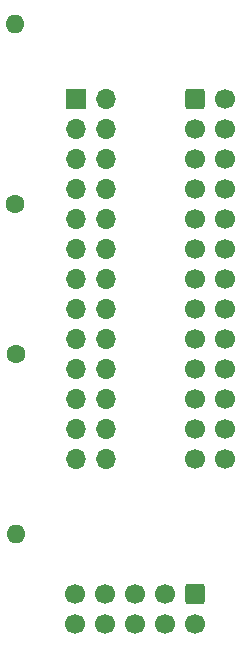
<source format=gbr>
%TF.GenerationSoftware,KiCad,Pcbnew,7.0.8*%
%TF.CreationDate,2024-12-22T17:31:23+01:00*%
%TF.ProjectId,pctransporter,70637472-616e-4737-906f-727465722e6b,rev?*%
%TF.SameCoordinates,Original*%
%TF.FileFunction,Soldermask,Bot*%
%TF.FilePolarity,Negative*%
%FSLAX46Y46*%
G04 Gerber Fmt 4.6, Leading zero omitted, Abs format (unit mm)*
G04 Created by KiCad (PCBNEW 7.0.8) date 2024-12-22 17:31:23*
%MOMM*%
%LPD*%
G01*
G04 APERTURE LIST*
G04 Aperture macros list*
%AMRoundRect*
0 Rectangle with rounded corners*
0 $1 Rounding radius*
0 $2 $3 $4 $5 $6 $7 $8 $9 X,Y pos of 4 corners*
0 Add a 4 corners polygon primitive as box body*
4,1,4,$2,$3,$4,$5,$6,$7,$8,$9,$2,$3,0*
0 Add four circle primitives for the rounded corners*
1,1,$1+$1,$2,$3*
1,1,$1+$1,$4,$5*
1,1,$1+$1,$6,$7*
1,1,$1+$1,$8,$9*
0 Add four rect primitives between the rounded corners*
20,1,$1+$1,$2,$3,$4,$5,0*
20,1,$1+$1,$4,$5,$6,$7,0*
20,1,$1+$1,$6,$7,$8,$9,0*
20,1,$1+$1,$8,$9,$2,$3,0*%
G04 Aperture macros list end*
%ADD10R,1.700000X1.700000*%
%ADD11O,1.700000X1.700000*%
%ADD12O,1.600000X1.600000*%
%ADD13C,1.600000*%
%ADD14C,1.700000*%
%ADD15RoundRect,0.250000X-0.600000X0.600000X-0.600000X-0.600000X0.600000X-0.600000X0.600000X0.600000X0*%
%ADD16RoundRect,0.250000X-0.600000X-0.600000X0.600000X-0.600000X0.600000X0.600000X-0.600000X0.600000X0*%
G04 APERTURE END LIST*
D10*
%TO.C,J17*%
X36870000Y-35555000D03*
D11*
X39410000Y-35555000D03*
X36870000Y-38095000D03*
X39410000Y-38095000D03*
X36870000Y-40635000D03*
X39410000Y-40635000D03*
X36870000Y-43175000D03*
X39410000Y-43175000D03*
X36870000Y-45715000D03*
X39410000Y-45715000D03*
X36870000Y-48255000D03*
X39410000Y-48255000D03*
X36870000Y-50795000D03*
X39410000Y-50795000D03*
X36870000Y-53335000D03*
X39410000Y-53335000D03*
X36870000Y-55875000D03*
X39410000Y-55875000D03*
X36870000Y-58415000D03*
X39410000Y-58415000D03*
X36870000Y-60955000D03*
X39410000Y-60955000D03*
X36870000Y-63495000D03*
X39410000Y-63495000D03*
X36870000Y-66035000D03*
X39410000Y-66035000D03*
%TD*%
D12*
%TO.C,R1*%
X31750000Y-29205000D03*
D13*
X31750000Y-44445000D03*
%TD*%
D14*
%TO.C,J1*%
X36830000Y-80005000D03*
X36830000Y-77465000D03*
X39370000Y-80005000D03*
X39370000Y-77465000D03*
X41910000Y-80005000D03*
X41910000Y-77465000D03*
X44450000Y-80005000D03*
X44450000Y-77465000D03*
X46990000Y-80005000D03*
D15*
X46990000Y-77465000D03*
%TD*%
D12*
%TO.C,R2*%
X31790000Y-72385000D03*
D13*
X31790000Y-57145000D03*
%TD*%
D14*
%TO.C,J2*%
X49530000Y-66035000D03*
X46990000Y-66035000D03*
X49530000Y-63495000D03*
X46990000Y-63495000D03*
X49530000Y-60955000D03*
X46990000Y-60955000D03*
X49530000Y-58415000D03*
X46990000Y-58415000D03*
X49530000Y-55875000D03*
X46990000Y-55875000D03*
X49530000Y-53335000D03*
X46990000Y-53335000D03*
X49530000Y-50795000D03*
X46990000Y-50795000D03*
X49530000Y-48255000D03*
X46990000Y-48255000D03*
X49530000Y-45715000D03*
X46990000Y-45715000D03*
X49530000Y-43175000D03*
X46990000Y-43175000D03*
X49530000Y-40635000D03*
X46990000Y-40635000D03*
X49530000Y-38095000D03*
X46990000Y-38095000D03*
X49530000Y-35555000D03*
D16*
X46990000Y-35555000D03*
%TD*%
M02*

</source>
